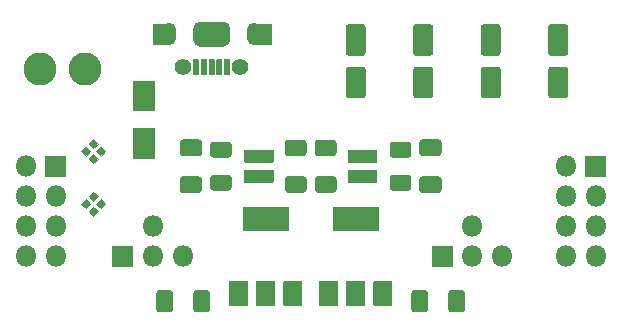
<source format=gbr>
%TF.GenerationSoftware,KiCad,Pcbnew,(5.1.7)-1*%
%TF.CreationDate,2021-01-13T20:41:06+01:00*%
%TF.ProjectId,MicroBBPS,4d696372-6f42-4425-9053-2e6b69636164,rev?*%
%TF.SameCoordinates,Original*%
%TF.FileFunction,Soldermask,Top*%
%TF.FilePolarity,Negative*%
%FSLAX46Y46*%
G04 Gerber Fmt 4.6, Leading zero omitted, Abs format (unit mm)*
G04 Created by KiCad (PCBNEW (5.1.7)-1) date 2021-01-13 20:41:06*
%MOMM*%
%LPD*%
G01*
G04 APERTURE LIST*
%ADD10C,0.100000*%
%ADD11C,0.120000*%
%ADD12C,2.800000*%
%ADD13O,1.200000X1.900000*%
%ADD14C,1.390000*%
%ADD15O,1.800000X1.800000*%
G04 APERTURE END LIST*
D10*
G36*
X6096000Y-2540000D02*
G01*
X5715000Y-2921000D01*
X5334000Y-2540000D01*
X5715000Y-2159000D01*
X6096000Y-2540000D01*
G37*
X6096000Y-2540000D02*
X5715000Y-2921000D01*
X5334000Y-2540000D01*
X5715000Y-2159000D01*
X6096000Y-2540000D01*
G36*
X5461000Y-3175000D02*
G01*
X5080000Y-3556000D01*
X4699000Y-3175000D01*
X5080000Y-2794000D01*
X5461000Y-3175000D01*
G37*
X5461000Y-3175000D02*
X5080000Y-3556000D01*
X4699000Y-3175000D01*
X5080000Y-2794000D01*
X5461000Y-3175000D01*
G36*
X6096000Y-3810000D02*
G01*
X5715000Y-4191000D01*
X5334000Y-3810000D01*
X5715000Y-3429000D01*
X6096000Y-3810000D01*
G37*
X6096000Y-3810000D02*
X5715000Y-4191000D01*
X5334000Y-3810000D01*
X5715000Y-3429000D01*
X6096000Y-3810000D01*
G36*
X6731000Y-3175000D02*
G01*
X6350000Y-3556000D01*
X5969000Y-3175000D01*
X6350000Y-2794000D01*
X6731000Y-3175000D01*
G37*
X6731000Y-3175000D02*
X6350000Y-3556000D01*
X5969000Y-3175000D01*
X6350000Y-2794000D01*
X6731000Y-3175000D01*
G36*
X6096000Y635000D02*
G01*
X5715000Y254000D01*
X5334000Y635000D01*
X5715000Y1016000D01*
X6096000Y635000D01*
G37*
X6096000Y635000D02*
X5715000Y254000D01*
X5334000Y635000D01*
X5715000Y1016000D01*
X6096000Y635000D01*
G36*
X6731000Y1270000D02*
G01*
X6350000Y889000D01*
X5969000Y1270000D01*
X6350000Y1651000D01*
X6731000Y1270000D01*
G37*
X6731000Y1270000D02*
X6350000Y889000D01*
X5969000Y1270000D01*
X6350000Y1651000D01*
X6731000Y1270000D01*
G36*
X5461000Y1270000D02*
G01*
X5080000Y889000D01*
X4699000Y1270000D01*
X5080000Y1651000D01*
X5461000Y1270000D01*
G37*
X5461000Y1270000D02*
X5080000Y889000D01*
X4699000Y1270000D01*
X5080000Y1651000D01*
X5461000Y1270000D01*
G36*
X6096000Y1905000D02*
G01*
X5715000Y1524000D01*
X5334000Y1905000D01*
X5715000Y2286000D01*
X6096000Y1905000D01*
G37*
X6096000Y1905000D02*
X5715000Y1524000D01*
X5334000Y1905000D01*
X5715000Y2286000D01*
X6096000Y1905000D01*
D11*
%TO.C,J2*%
X12148000Y10332000D02*
X10748000Y10332000D01*
D10*
G36*
X10748000Y12032000D02*
G01*
X12148000Y12032000D01*
X12148000Y10332000D01*
X10748000Y10332000D01*
X10748000Y12032000D01*
G37*
X10748000Y12032000D02*
X12148000Y12032000D01*
X12148000Y10332000D01*
X10748000Y10332000D01*
X10748000Y12032000D01*
D11*
X10748000Y10332000D02*
X10748000Y12032000D01*
X12148000Y12032000D02*
X10748000Y12032000D01*
D10*
G36*
X20748000Y10332000D02*
G01*
X19348000Y10332000D01*
X19348000Y12032000D01*
X20748000Y12032000D01*
X20748000Y10332000D01*
G37*
X20748000Y10332000D02*
X19348000Y10332000D01*
X19348000Y12032000D01*
X20748000Y12032000D01*
X20748000Y10332000D01*
D11*
X20748000Y12032000D02*
X20748000Y10332000D01*
X19348000Y10332000D02*
X20748000Y10332000D01*
X19348000Y12032000D02*
X20748000Y12032000D01*
%TD*%
D12*
%TO.C,J5*%
X1195000Y8200000D03*
X5005000Y8200000D03*
%TD*%
%TO.C,D3*%
G36*
G01*
X18550000Y1400000D02*
X20950000Y1400000D01*
G75*
G02*
X21000000Y1350000I0J-50000D01*
G01*
X21000000Y350000D01*
G75*
G02*
X20950000Y300000I-50000J0D01*
G01*
X18550000Y300000D01*
G75*
G02*
X18500000Y350000I0J50000D01*
G01*
X18500000Y1350000D01*
G75*
G02*
X18550000Y1400000I50000J0D01*
G01*
G37*
G36*
G01*
X20950000Y-1400000D02*
X18550000Y-1400000D01*
G75*
G02*
X18500000Y-1350000I0J50000D01*
G01*
X18500000Y-350000D01*
G75*
G02*
X18550000Y-300000I50000J0D01*
G01*
X20950000Y-300000D01*
G75*
G02*
X21000000Y-350000I0J-50000D01*
G01*
X21000000Y-1350000D01*
G75*
G02*
X20950000Y-1400000I-50000J0D01*
G01*
G37*
%TD*%
%TO.C,D1*%
G36*
G01*
X27300000Y1400000D02*
X29700000Y1400000D01*
G75*
G02*
X29750000Y1350000I0J-50000D01*
G01*
X29750000Y350000D01*
G75*
G02*
X29700000Y300000I-50000J0D01*
G01*
X27300000Y300000D01*
G75*
G02*
X27250000Y350000I0J50000D01*
G01*
X27250000Y1350000D01*
G75*
G02*
X27300000Y1400000I50000J0D01*
G01*
G37*
G36*
G01*
X29700000Y-1400000D02*
X27300000Y-1400000D01*
G75*
G02*
X27250000Y-1350000I0J50000D01*
G01*
X27250000Y-350000D01*
G75*
G02*
X27300000Y-300000I50000J0D01*
G01*
X29700000Y-300000D01*
G75*
G02*
X29750000Y-350000I0J-50000D01*
G01*
X29750000Y-1350000D01*
G75*
G02*
X29700000Y-1400000I-50000J0D01*
G01*
G37*
%TD*%
%TO.C,D2*%
G36*
G01*
X10933000Y4637000D02*
X9133000Y4637000D01*
G75*
G02*
X9083000Y4687000I0J50000D01*
G01*
X9083000Y7187000D01*
G75*
G02*
X9133000Y7237000I50000J0D01*
G01*
X10933000Y7237000D01*
G75*
G02*
X10983000Y7187000I0J-50000D01*
G01*
X10983000Y4687000D01*
G75*
G02*
X10933000Y4637000I-50000J0D01*
G01*
G37*
G36*
G01*
X10933000Y637000D02*
X9133000Y637000D01*
G75*
G02*
X9083000Y687000I0J50000D01*
G01*
X9083000Y3187000D01*
G75*
G02*
X9133000Y3237000I50000J0D01*
G01*
X10933000Y3237000D01*
G75*
G02*
X10983000Y3187000I0J-50000D01*
G01*
X10983000Y687000D01*
G75*
G02*
X10933000Y637000I-50000J0D01*
G01*
G37*
%TD*%
%TO.C,C8*%
G36*
G01*
X45669375Y9340000D02*
X44500625Y9340000D01*
G75*
G02*
X44235000Y9605625I0J265625D01*
G01*
X44235000Y11774375D01*
G75*
G02*
X44500625Y12040000I265625J0D01*
G01*
X45669375Y12040000D01*
G75*
G02*
X45935000Y11774375I0J-265625D01*
G01*
X45935000Y9605625D01*
G75*
G02*
X45669375Y9340000I-265625J0D01*
G01*
G37*
G36*
G01*
X45669375Y5740000D02*
X44500625Y5740000D01*
G75*
G02*
X44235000Y6005625I0J265625D01*
G01*
X44235000Y8174375D01*
G75*
G02*
X44500625Y8440000I265625J0D01*
G01*
X45669375Y8440000D01*
G75*
G02*
X45935000Y8174375I0J-265625D01*
G01*
X45935000Y6005625D01*
G75*
G02*
X45669375Y5740000I-265625J0D01*
G01*
G37*
%TD*%
%TO.C,C7*%
G36*
G01*
X39954375Y9340000D02*
X38785625Y9340000D01*
G75*
G02*
X38520000Y9605625I0J265625D01*
G01*
X38520000Y11774375D01*
G75*
G02*
X38785625Y12040000I265625J0D01*
G01*
X39954375Y12040000D01*
G75*
G02*
X40220000Y11774375I0J-265625D01*
G01*
X40220000Y9605625D01*
G75*
G02*
X39954375Y9340000I-265625J0D01*
G01*
G37*
G36*
G01*
X39954375Y5740000D02*
X38785625Y5740000D01*
G75*
G02*
X38520000Y6005625I0J265625D01*
G01*
X38520000Y8174375D01*
G75*
G02*
X38785625Y8440000I265625J0D01*
G01*
X39954375Y8440000D01*
G75*
G02*
X40220000Y8174375I0J-265625D01*
G01*
X40220000Y6005625D01*
G75*
G02*
X39954375Y5740000I-265625J0D01*
G01*
G37*
%TD*%
%TO.C,C6*%
G36*
G01*
X34239375Y9340000D02*
X33070625Y9340000D01*
G75*
G02*
X32805000Y9605625I0J265625D01*
G01*
X32805000Y11774375D01*
G75*
G02*
X33070625Y12040000I265625J0D01*
G01*
X34239375Y12040000D01*
G75*
G02*
X34505000Y11774375I0J-265625D01*
G01*
X34505000Y9605625D01*
G75*
G02*
X34239375Y9340000I-265625J0D01*
G01*
G37*
G36*
G01*
X34239375Y5740000D02*
X33070625Y5740000D01*
G75*
G02*
X32805000Y6005625I0J265625D01*
G01*
X32805000Y8174375D01*
G75*
G02*
X33070625Y8440000I265625J0D01*
G01*
X34239375Y8440000D01*
G75*
G02*
X34505000Y8174375I0J-265625D01*
G01*
X34505000Y6005625D01*
G75*
G02*
X34239375Y5740000I-265625J0D01*
G01*
G37*
%TD*%
%TO.C,C5*%
G36*
G01*
X28524375Y9340000D02*
X27355625Y9340000D01*
G75*
G02*
X27090000Y9605625I0J265625D01*
G01*
X27090000Y11774375D01*
G75*
G02*
X27355625Y12040000I265625J0D01*
G01*
X28524375Y12040000D01*
G75*
G02*
X28790000Y11774375I0J-265625D01*
G01*
X28790000Y9605625D01*
G75*
G02*
X28524375Y9340000I-265625J0D01*
G01*
G37*
G36*
G01*
X28524375Y5740000D02*
X27355625Y5740000D01*
G75*
G02*
X27090000Y6005625I0J265625D01*
G01*
X27090000Y8174375D01*
G75*
G02*
X27355625Y8440000I265625J0D01*
G01*
X28524375Y8440000D01*
G75*
G02*
X28790000Y8174375I0J-265625D01*
G01*
X28790000Y6005625D01*
G75*
G02*
X28524375Y5740000I-265625J0D01*
G01*
G37*
%TD*%
D13*
%TO.C,J2*%
X19348000Y11182000D03*
X12148000Y11182000D03*
D14*
X18173000Y8382000D03*
X13323000Y8382000D03*
G36*
G01*
X16798000Y7757000D02*
X16798000Y9007000D01*
G75*
G02*
X16848000Y9057000I50000J0D01*
G01*
X17248000Y9057000D01*
G75*
G02*
X17298000Y9007000I0J-50000D01*
G01*
X17298000Y7757000D01*
G75*
G02*
X17248000Y7707000I-50000J0D01*
G01*
X16848000Y7707000D01*
G75*
G02*
X16798000Y7757000I0J50000D01*
G01*
G37*
G36*
G01*
X16148000Y7757000D02*
X16148000Y9007000D01*
G75*
G02*
X16198000Y9057000I50000J0D01*
G01*
X16598000Y9057000D01*
G75*
G02*
X16648000Y9007000I0J-50000D01*
G01*
X16648000Y7757000D01*
G75*
G02*
X16598000Y7707000I-50000J0D01*
G01*
X16198000Y7707000D01*
G75*
G02*
X16148000Y7757000I0J50000D01*
G01*
G37*
G36*
G01*
X15498000Y7757000D02*
X15498000Y9007000D01*
G75*
G02*
X15548000Y9057000I50000J0D01*
G01*
X15948000Y9057000D01*
G75*
G02*
X15998000Y9007000I0J-50000D01*
G01*
X15998000Y7757000D01*
G75*
G02*
X15948000Y7707000I-50000J0D01*
G01*
X15548000Y7707000D01*
G75*
G02*
X15498000Y7757000I0J50000D01*
G01*
G37*
G36*
G01*
X14848000Y7757000D02*
X14848000Y9007000D01*
G75*
G02*
X14898000Y9057000I50000J0D01*
G01*
X15298000Y9057000D01*
G75*
G02*
X15348000Y9007000I0J-50000D01*
G01*
X15348000Y7757000D01*
G75*
G02*
X15298000Y7707000I-50000J0D01*
G01*
X14898000Y7707000D01*
G75*
G02*
X14848000Y7757000I0J50000D01*
G01*
G37*
G36*
G01*
X14148000Y7757000D02*
X14148000Y9007000D01*
G75*
G02*
X14198000Y9057000I50000J0D01*
G01*
X14598000Y9057000D01*
G75*
G02*
X14648000Y9007000I0J-50000D01*
G01*
X14648000Y7757000D01*
G75*
G02*
X14598000Y7707000I-50000J0D01*
G01*
X14198000Y7707000D01*
G75*
G02*
X14148000Y7757000I0J50000D01*
G01*
G37*
G36*
G01*
X17298000Y11707000D02*
X17298000Y10657000D01*
G75*
G02*
X16773000Y10132000I-525000J0D01*
G01*
X14723000Y10132000D01*
G75*
G02*
X14198000Y10657000I0J525000D01*
G01*
X14198000Y11707000D01*
G75*
G02*
X14723000Y12232000I525000J0D01*
G01*
X16773000Y12232000D01*
G75*
G02*
X17298000Y11707000I0J-525000D01*
G01*
G37*
D13*
X12148000Y11182000D03*
%TD*%
D15*
%TO.C,J9*%
X40355000Y-7620000D03*
X37815000Y-5080000D03*
X37815000Y-7620000D03*
G36*
G01*
X36125000Y-8520000D02*
X34425000Y-8520000D01*
G75*
G02*
X34375000Y-8470000I0J50000D01*
G01*
X34375000Y-6770000D01*
G75*
G02*
X34425000Y-6720000I50000J0D01*
G01*
X36125000Y-6720000D01*
G75*
G02*
X36175000Y-6770000I0J-50000D01*
G01*
X36175000Y-8470000D01*
G75*
G02*
X36125000Y-8520000I-50000J0D01*
G01*
G37*
%TD*%
%TO.C,J8*%
X13280000Y-7620000D03*
X10740000Y-5080000D03*
X10740000Y-7620000D03*
G36*
G01*
X9050000Y-8520000D02*
X7350000Y-8520000D01*
G75*
G02*
X7300000Y-8470000I0J50000D01*
G01*
X7300000Y-6770000D01*
G75*
G02*
X7350000Y-6720000I50000J0D01*
G01*
X9050000Y-6720000D01*
G75*
G02*
X9100000Y-6770000I0J-50000D01*
G01*
X9100000Y-8470000D01*
G75*
G02*
X9050000Y-8520000I-50000J0D01*
G01*
G37*
%TD*%
%TO.C,F2*%
G36*
G01*
X31075000Y-725000D02*
X32385000Y-725000D01*
G75*
G02*
X32655000Y-995000I0J-270000D01*
G01*
X32655000Y-1805000D01*
G75*
G02*
X32385000Y-2075000I-270000J0D01*
G01*
X31075000Y-2075000D01*
G75*
G02*
X30805000Y-1805000I0J270000D01*
G01*
X30805000Y-995000D01*
G75*
G02*
X31075000Y-725000I270000J0D01*
G01*
G37*
G36*
G01*
X31075000Y2075000D02*
X32385000Y2075000D01*
G75*
G02*
X32655000Y1805000I0J-270000D01*
G01*
X32655000Y995000D01*
G75*
G02*
X32385000Y725000I-270000J0D01*
G01*
X31075000Y725000D01*
G75*
G02*
X30805000Y995000I0J270000D01*
G01*
X30805000Y1805000D01*
G75*
G02*
X31075000Y2075000I270000J0D01*
G01*
G37*
%TD*%
%TO.C,F1*%
G36*
G01*
X15875000Y-725000D02*
X17185000Y-725000D01*
G75*
G02*
X17455000Y-995000I0J-270000D01*
G01*
X17455000Y-1805000D01*
G75*
G02*
X17185000Y-2075000I-270000J0D01*
G01*
X15875000Y-2075000D01*
G75*
G02*
X15605000Y-1805000I0J270000D01*
G01*
X15605000Y-995000D01*
G75*
G02*
X15875000Y-725000I270000J0D01*
G01*
G37*
G36*
G01*
X15875000Y2075000D02*
X17185000Y2075000D01*
G75*
G02*
X17455000Y1805000I0J-270000D01*
G01*
X17455000Y995000D01*
G75*
G02*
X17185000Y725000I-270000J0D01*
G01*
X15875000Y725000D01*
G75*
G02*
X15605000Y995000I0J270000D01*
G01*
X15605000Y1805000D01*
G75*
G02*
X15875000Y2075000I270000J0D01*
G01*
G37*
%TD*%
%TO.C,C4*%
G36*
G01*
X33588865Y-850000D02*
X34951135Y-850000D01*
G75*
G02*
X35220000Y-1118865I0J-268865D01*
G01*
X35220000Y-2006135D01*
G75*
G02*
X34951135Y-2275000I-268865J0D01*
G01*
X33588865Y-2275000D01*
G75*
G02*
X33320000Y-2006135I0J268865D01*
G01*
X33320000Y-1118865D01*
G75*
G02*
X33588865Y-850000I268865J0D01*
G01*
G37*
G36*
G01*
X33588865Y2275000D02*
X34951135Y2275000D01*
G75*
G02*
X35220000Y2006135I0J-268865D01*
G01*
X35220000Y1118865D01*
G75*
G02*
X34951135Y850000I-268865J0D01*
G01*
X33588865Y850000D01*
G75*
G02*
X33320000Y1118865I0J268865D01*
G01*
X33320000Y2006135D01*
G75*
G02*
X33588865Y2275000I268865J0D01*
G01*
G37*
%TD*%
%TO.C,C3*%
G36*
G01*
X35775000Y-12111135D02*
X35775000Y-10748865D01*
G75*
G02*
X36043865Y-10480000I268865J0D01*
G01*
X36931135Y-10480000D01*
G75*
G02*
X37200000Y-10748865I0J-268865D01*
G01*
X37200000Y-12111135D01*
G75*
G02*
X36931135Y-12380000I-268865J0D01*
G01*
X36043865Y-12380000D01*
G75*
G02*
X35775000Y-12111135I0J268865D01*
G01*
G37*
G36*
G01*
X32650000Y-12111135D02*
X32650000Y-10748865D01*
G75*
G02*
X32918865Y-10480000I268865J0D01*
G01*
X33806135Y-10480000D01*
G75*
G02*
X34075000Y-10748865I0J-268865D01*
G01*
X34075000Y-12111135D01*
G75*
G02*
X33806135Y-12380000I-268865J0D01*
G01*
X32918865Y-12380000D01*
G75*
G02*
X32650000Y-12111135I0J268865D01*
G01*
G37*
%TD*%
%TO.C,C2*%
G36*
G01*
X13308865Y-850000D02*
X14671135Y-850000D01*
G75*
G02*
X14940000Y-1118865I0J-268865D01*
G01*
X14940000Y-2006135D01*
G75*
G02*
X14671135Y-2275000I-268865J0D01*
G01*
X13308865Y-2275000D01*
G75*
G02*
X13040000Y-2006135I0J268865D01*
G01*
X13040000Y-1118865D01*
G75*
G02*
X13308865Y-850000I268865J0D01*
G01*
G37*
G36*
G01*
X13308865Y2275000D02*
X14671135Y2275000D01*
G75*
G02*
X14940000Y2006135I0J-268865D01*
G01*
X14940000Y1118865D01*
G75*
G02*
X14671135Y850000I-268865J0D01*
G01*
X13308865Y850000D01*
G75*
G02*
X13040000Y1118865I0J268865D01*
G01*
X13040000Y2006135D01*
G75*
G02*
X13308865Y2275000I268865J0D01*
G01*
G37*
%TD*%
%TO.C,C1*%
G36*
G01*
X12485000Y-10748865D02*
X12485000Y-12111135D01*
G75*
G02*
X12216135Y-12380000I-268865J0D01*
G01*
X11328865Y-12380000D01*
G75*
G02*
X11060000Y-12111135I0J268865D01*
G01*
X11060000Y-10748865D01*
G75*
G02*
X11328865Y-10480000I268865J0D01*
G01*
X12216135Y-10480000D01*
G75*
G02*
X12485000Y-10748865I0J-268865D01*
G01*
G37*
G36*
G01*
X15610000Y-10748865D02*
X15610000Y-12111135D01*
G75*
G02*
X15341135Y-12380000I-268865J0D01*
G01*
X14453865Y-12380000D01*
G75*
G02*
X14185000Y-12111135I0J268865D01*
G01*
X14185000Y-10748865D01*
G75*
G02*
X14453865Y-10480000I268865J0D01*
G01*
X15341135Y-10480000D01*
G75*
G02*
X15610000Y-10748865I0J-268865D01*
G01*
G37*
%TD*%
%TO.C,R2*%
G36*
G01*
X26055771Y850000D02*
X24744229Y850000D01*
G75*
G02*
X24475000Y1119229I0J269229D01*
G01*
X24475000Y1980771D01*
G75*
G02*
X24744229Y2250000I269229J0D01*
G01*
X26055771Y2250000D01*
G75*
G02*
X26325000Y1980771I0J-269229D01*
G01*
X26325000Y1119229D01*
G75*
G02*
X26055771Y850000I-269229J0D01*
G01*
G37*
G36*
G01*
X26055771Y-2250000D02*
X24744229Y-2250000D01*
G75*
G02*
X24475000Y-1980771I0J269229D01*
G01*
X24475000Y-1119229D01*
G75*
G02*
X24744229Y-850000I269229J0D01*
G01*
X26055771Y-850000D01*
G75*
G02*
X26325000Y-1119229I0J-269229D01*
G01*
X26325000Y-1980771D01*
G75*
G02*
X26055771Y-2250000I-269229J0D01*
G01*
G37*
%TD*%
%TO.C,R1*%
G36*
G01*
X23515771Y850000D02*
X22204229Y850000D01*
G75*
G02*
X21935000Y1119229I0J269229D01*
G01*
X21935000Y1980771D01*
G75*
G02*
X22204229Y2250000I269229J0D01*
G01*
X23515771Y2250000D01*
G75*
G02*
X23785000Y1980771I0J-269229D01*
G01*
X23785000Y1119229D01*
G75*
G02*
X23515771Y850000I-269229J0D01*
G01*
G37*
G36*
G01*
X23515771Y-2250000D02*
X22204229Y-2250000D01*
G75*
G02*
X21935000Y-1980771I0J269229D01*
G01*
X21935000Y-1119229D01*
G75*
G02*
X22204229Y-850000I269229J0D01*
G01*
X23515771Y-850000D01*
G75*
G02*
X23785000Y-1119229I0J-269229D01*
G01*
X23785000Y-1980771D01*
G75*
G02*
X23515771Y-2250000I-269229J0D01*
G01*
G37*
%TD*%
%TO.C,Right1*%
X45720000Y-7620000D03*
X48260000Y-7620000D03*
X45720000Y-5080000D03*
X48260000Y-5080000D03*
X45720000Y-2540000D03*
X48260000Y-2540000D03*
X45720000Y0D03*
G36*
G01*
X49160000Y850000D02*
X49160000Y-850000D01*
G75*
G02*
X49110000Y-900000I-50000J0D01*
G01*
X47410000Y-900000D01*
G75*
G02*
X47360000Y-850000I0J50000D01*
G01*
X47360000Y850000D01*
G75*
G02*
X47410000Y900000I50000J0D01*
G01*
X49110000Y900000D01*
G75*
G02*
X49160000Y850000I0J-50000D01*
G01*
G37*
%TD*%
%TO.C,Left1*%
X0Y-7620000D03*
X2540000Y-7620000D03*
X0Y-5080000D03*
X2540000Y-5080000D03*
X0Y-2540000D03*
X2540000Y-2540000D03*
X0Y0D03*
G36*
G01*
X3440000Y850000D02*
X3440000Y-850000D01*
G75*
G02*
X3390000Y-900000I-50000J0D01*
G01*
X1690000Y-900000D01*
G75*
G02*
X1640000Y-850000I0J50000D01*
G01*
X1640000Y850000D01*
G75*
G02*
X1690000Y900000I50000J0D01*
G01*
X3390000Y900000D01*
G75*
G02*
X3440000Y850000I0J-50000D01*
G01*
G37*
%TD*%
%TO.C,U3*%
G36*
G01*
X26390000Y-11820000D02*
X24890000Y-11820000D01*
G75*
G02*
X24840000Y-11770000I0J50000D01*
G01*
X24840000Y-9770000D01*
G75*
G02*
X24890000Y-9720000I50000J0D01*
G01*
X26390000Y-9720000D01*
G75*
G02*
X26440000Y-9770000I0J-50000D01*
G01*
X26440000Y-11770000D01*
G75*
G02*
X26390000Y-11820000I-50000J0D01*
G01*
G37*
G36*
G01*
X30990000Y-11820000D02*
X29490000Y-11820000D01*
G75*
G02*
X29440000Y-11770000I0J50000D01*
G01*
X29440000Y-9770000D01*
G75*
G02*
X29490000Y-9720000I50000J0D01*
G01*
X30990000Y-9720000D01*
G75*
G02*
X31040000Y-9770000I0J-50000D01*
G01*
X31040000Y-11770000D01*
G75*
G02*
X30990000Y-11820000I-50000J0D01*
G01*
G37*
G36*
G01*
X28690000Y-11820000D02*
X27190000Y-11820000D01*
G75*
G02*
X27140000Y-11770000I0J50000D01*
G01*
X27140000Y-9770000D01*
G75*
G02*
X27190000Y-9720000I50000J0D01*
G01*
X28690000Y-9720000D01*
G75*
G02*
X28740000Y-9770000I0J-50000D01*
G01*
X28740000Y-11770000D01*
G75*
G02*
X28690000Y-11820000I-50000J0D01*
G01*
G37*
G36*
G01*
X29840000Y-5520000D02*
X26040000Y-5520000D01*
G75*
G02*
X25990000Y-5470000I0J50000D01*
G01*
X25990000Y-3470000D01*
G75*
G02*
X26040000Y-3420000I50000J0D01*
G01*
X29840000Y-3420000D01*
G75*
G02*
X29890000Y-3470000I0J-50000D01*
G01*
X29890000Y-5470000D01*
G75*
G02*
X29840000Y-5520000I-50000J0D01*
G01*
G37*
%TD*%
%TO.C,U1*%
G36*
G01*
X18770000Y-11820000D02*
X17270000Y-11820000D01*
G75*
G02*
X17220000Y-11770000I0J50000D01*
G01*
X17220000Y-9770000D01*
G75*
G02*
X17270000Y-9720000I50000J0D01*
G01*
X18770000Y-9720000D01*
G75*
G02*
X18820000Y-9770000I0J-50000D01*
G01*
X18820000Y-11770000D01*
G75*
G02*
X18770000Y-11820000I-50000J0D01*
G01*
G37*
G36*
G01*
X23370000Y-11820000D02*
X21870000Y-11820000D01*
G75*
G02*
X21820000Y-11770000I0J50000D01*
G01*
X21820000Y-9770000D01*
G75*
G02*
X21870000Y-9720000I50000J0D01*
G01*
X23370000Y-9720000D01*
G75*
G02*
X23420000Y-9770000I0J-50000D01*
G01*
X23420000Y-11770000D01*
G75*
G02*
X23370000Y-11820000I-50000J0D01*
G01*
G37*
G36*
G01*
X21070000Y-11820000D02*
X19570000Y-11820000D01*
G75*
G02*
X19520000Y-11770000I0J50000D01*
G01*
X19520000Y-9770000D01*
G75*
G02*
X19570000Y-9720000I50000J0D01*
G01*
X21070000Y-9720000D01*
G75*
G02*
X21120000Y-9770000I0J-50000D01*
G01*
X21120000Y-11770000D01*
G75*
G02*
X21070000Y-11820000I-50000J0D01*
G01*
G37*
G36*
G01*
X22220000Y-5520000D02*
X18420000Y-5520000D01*
G75*
G02*
X18370000Y-5470000I0J50000D01*
G01*
X18370000Y-3470000D01*
G75*
G02*
X18420000Y-3420000I50000J0D01*
G01*
X22220000Y-3420000D01*
G75*
G02*
X22270000Y-3470000I0J-50000D01*
G01*
X22270000Y-5470000D01*
G75*
G02*
X22220000Y-5520000I-50000J0D01*
G01*
G37*
%TD*%
M02*

</source>
